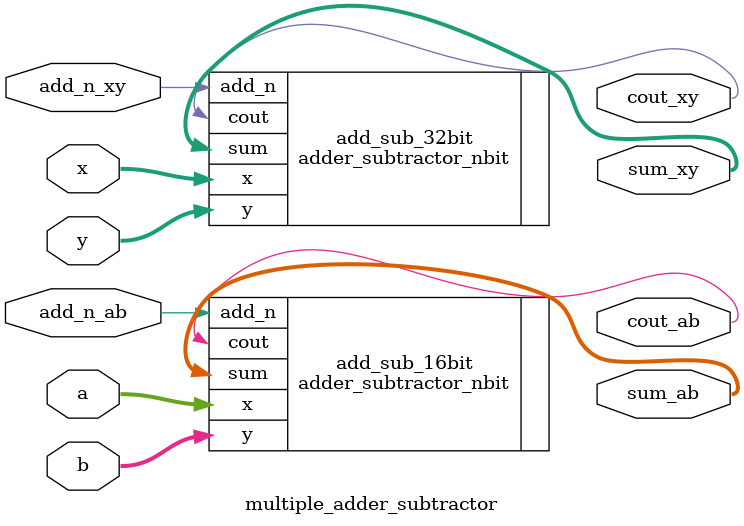
<source format=v>
`timescale 1ns / 1ps


module multiple_adder_subtractor(
    input [15:0] a,b,
    input add_n_ab, add_n_xy,
    input [31:0] x,y,
    output [15:0] sum_ab,
    output [31:0] sum_xy,
    output cout_ab, cout_xy
    );

    adder_subtractor_nbit #(.n(16)) add_sub_16bit(
        .x(a),
        .y(b),
        .add_n(add_n_ab),
        .sum(sum_ab),
        .cout(cout_ab)
        );  
        
    adder_subtractor_nbit #(.n(32)) add_sub_32bit(
        .x(x),
        .y(y),
        .add_n(add_n_xy),
        .sum(sum_xy),
        .cout(cout_xy)
        );   
        
endmodule

</source>
